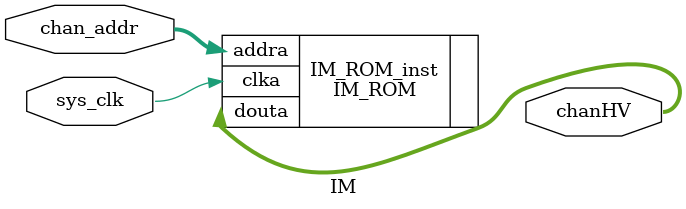
<source format=sv>
`timescale 100ps/100ps
module IM 
#(
    parameter Dpl = 16'd8
)

(
    input wire       sys_clk,
    input wire [3:0] chan_addr, 

    output wire [Dpl-1:0] chanHV
);

IM_ROM IM_ROM_inst (
  .clka(sys_clk),    
  .addra(chan_addr), 
  .douta(chanHV) 
);

endmodule
</source>
